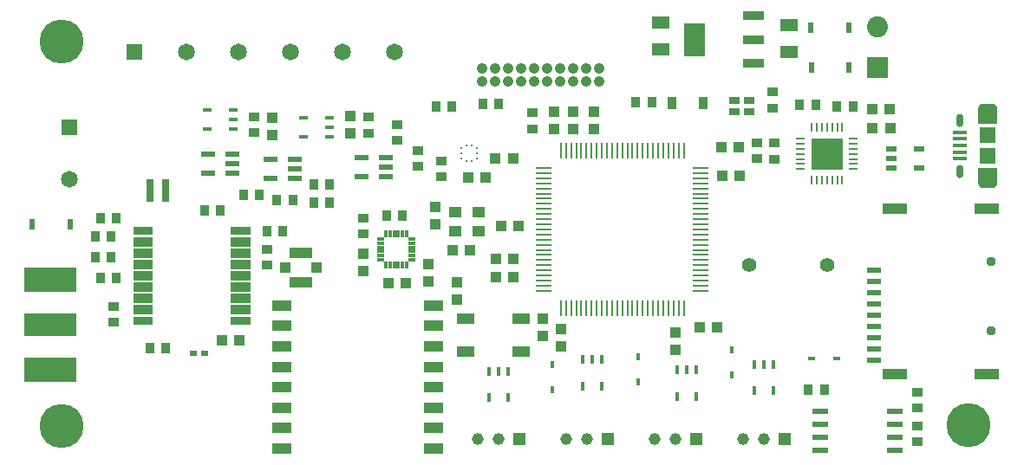
<source format=gbr>
%TF.GenerationSoftware,KiCad,Pcbnew,(6.0.7)*%
%TF.CreationDate,2022-09-16T08:47:36-07:00*%
%TF.ProjectId,Flight-Computer,466c6967-6874-42d4-936f-6d7075746572,1.0*%
%TF.SameCoordinates,Original*%
%TF.FileFunction,Soldermask,Top*%
%TF.FilePolarity,Negative*%
%FSLAX46Y46*%
G04 Gerber Fmt 4.6, Leading zero omitted, Abs format (unit mm)*
G04 Created by KiCad (PCBNEW (6.0.7)) date 2022-09-16 08:47:36*
%MOMM*%
%LPD*%
G01*
G04 APERTURE LIST*
G04 Aperture macros list*
%AMRoundRect*
0 Rectangle with rounded corners*
0 $1 Rounding radius*
0 $2 $3 $4 $5 $6 $7 $8 $9 X,Y pos of 4 corners*
0 Add a 4 corners polygon primitive as box body*
4,1,4,$2,$3,$4,$5,$6,$7,$8,$9,$2,$3,0*
0 Add four circle primitives for the rounded corners*
1,1,$1+$1,$2,$3*
1,1,$1+$1,$4,$5*
1,1,$1+$1,$6,$7*
1,1,$1+$1,$8,$9*
0 Add four rect primitives between the rounded corners*
20,1,$1+$1,$2,$3,$4,$5,0*
20,1,$1+$1,$4,$5,$6,$7,0*
20,1,$1+$1,$6,$7,$8,$9,0*
20,1,$1+$1,$8,$9,$2,$3,0*%
G04 Aperture macros list end*
%ADD10C,0.000100*%
%ADD11C,0.010000*%
%ADD12R,0.650000X2.200000*%
%ADD13R,0.650000X2.300000*%
%ADD14RoundRect,0.006600X-0.313400X-0.103400X0.313400X-0.103400X0.313400X0.103400X-0.313400X0.103400X0*%
%ADD15RoundRect,0.006600X0.103400X-0.313400X0.103400X0.313400X-0.103400X0.313400X-0.103400X-0.313400X0*%
%ADD16RoundRect,0.006600X0.313400X0.103400X-0.313400X0.103400X-0.313400X-0.103400X0.313400X-0.103400X0*%
%ADD17RoundRect,0.006600X-0.103400X0.313400X-0.103400X-0.313400X0.103400X-0.313400X0.103400X0.313400X0*%
%ADD18R,0.940000X1.020000*%
%ADD19R,1.000000X0.800000*%
%ADD20R,0.647700X0.355600*%
%ADD21R,1.320800X0.558800*%
%ADD22R,1.020000X0.940000*%
%ADD23R,5.080000X2.286000*%
%ADD24R,5.080000X2.413000*%
%ADD25R,1.000000X1.100000*%
%ADD26C,1.066800*%
%ADD27R,1.150000X1.150000*%
%ADD28C,1.150000*%
%ADD29R,2.150000X0.950000*%
%ADD30R,2.150000X3.250000*%
%ADD31C,1.408000*%
%ADD32C,4.300000*%
%ADD33R,0.355600X0.647700*%
%ADD34R,0.406400X0.952500*%
%ADD35R,1.950000X1.050000*%
%ADD36R,0.584200X1.041400*%
%ADD37R,1.100000X1.000000*%
%ADD38R,1.560000X0.280000*%
%ADD39R,0.280000X1.560000*%
%ADD40R,0.952500X0.406400*%
%ADD41R,2.050000X2.050000*%
%ADD42C,2.050000*%
%ADD43R,1.650000X1.650000*%
%ADD44C,1.650000*%
%ADD45R,1.778000X1.270000*%
%ADD46R,0.979300X0.558800*%
%ADD47R,1.000000X1.000000*%
%ADD48R,2.200000X1.050000*%
%ADD49R,1.350000X0.400000*%
%ADD50R,1.550000X1.500000*%
%ADD51O,0.650000X1.300000*%
%ADD52O,1.550000X0.775000*%
%ADD53C,0.950000*%
%ADD54R,1.400000X0.620000*%
%ADD55R,2.400000X1.100000*%
%ADD56R,1.700000X0.990600*%
%ADD57R,0.685800X0.609600*%
%ADD58R,0.250000X0.275000*%
%ADD59R,0.275000X0.250000*%
%ADD60R,0.900000X0.254000*%
%ADD61R,0.254000X0.900000*%
%ADD62R,3.100000X3.100000*%
%ADD63R,1.524000X0.558800*%
%ADD64R,0.965200X1.295400*%
%ADD65R,1.300000X1.100000*%
G04 APERTURE END LIST*
%TO.C,P3*%
G36*
X185253600Y-73704000D02*
G01*
X185252600Y-73730000D01*
X185250600Y-73756000D01*
X185247600Y-73782000D01*
X185242600Y-73808000D01*
X185236600Y-73833000D01*
X185229600Y-73859000D01*
X185220600Y-73883000D01*
X185210600Y-73907000D01*
X185199600Y-73931000D01*
X185186600Y-73954000D01*
X185158600Y-73998000D01*
X185142600Y-74019000D01*
X185125600Y-74039000D01*
X185107600Y-74058000D01*
X185088600Y-74076000D01*
X185068600Y-74093000D01*
X185047600Y-74109000D01*
X185003600Y-74137000D01*
X184980600Y-74150000D01*
X184956600Y-74161000D01*
X184932600Y-74171000D01*
X184908600Y-74180000D01*
X184882600Y-74187000D01*
X184857600Y-74193000D01*
X184831600Y-74198000D01*
X184805600Y-74201000D01*
X184779600Y-74203000D01*
X184753600Y-74204000D01*
X184003600Y-74204000D01*
X183977600Y-74203000D01*
X183951600Y-74201000D01*
X183925600Y-74198000D01*
X183899600Y-74193000D01*
X183874600Y-74187000D01*
X183848600Y-74180000D01*
X183824600Y-74171000D01*
X183800600Y-74161000D01*
X183776600Y-74150000D01*
X183753600Y-74137000D01*
X183709600Y-74109000D01*
X183688600Y-74093000D01*
X183668600Y-74076000D01*
X183649600Y-74058000D01*
X183631600Y-74039000D01*
X183614600Y-74019000D01*
X183598600Y-73998000D01*
X183570600Y-73954000D01*
X183557600Y-73931000D01*
X183546600Y-73907000D01*
X183536600Y-73883000D01*
X183527600Y-73859000D01*
X183520600Y-73833000D01*
X183514600Y-73808000D01*
X183509600Y-73782000D01*
X183506600Y-73756000D01*
X183504600Y-73730000D01*
X183503600Y-73704000D01*
X183503600Y-72304000D01*
X185253600Y-72304000D01*
X185253600Y-73704000D01*
G37*
D10*
X185253600Y-73704000D02*
X185252600Y-73730000D01*
X185250600Y-73756000D01*
X185247600Y-73782000D01*
X185242600Y-73808000D01*
X185236600Y-73833000D01*
X185229600Y-73859000D01*
X185220600Y-73883000D01*
X185210600Y-73907000D01*
X185199600Y-73931000D01*
X185186600Y-73954000D01*
X185158600Y-73998000D01*
X185142600Y-74019000D01*
X185125600Y-74039000D01*
X185107600Y-74058000D01*
X185088600Y-74076000D01*
X185068600Y-74093000D01*
X185047600Y-74109000D01*
X185003600Y-74137000D01*
X184980600Y-74150000D01*
X184956600Y-74161000D01*
X184932600Y-74171000D01*
X184908600Y-74180000D01*
X184882600Y-74187000D01*
X184857600Y-74193000D01*
X184831600Y-74198000D01*
X184805600Y-74201000D01*
X184779600Y-74203000D01*
X184753600Y-74204000D01*
X184003600Y-74204000D01*
X183977600Y-74203000D01*
X183951600Y-74201000D01*
X183925600Y-74198000D01*
X183899600Y-74193000D01*
X183874600Y-74187000D01*
X183848600Y-74180000D01*
X183824600Y-74171000D01*
X183800600Y-74161000D01*
X183776600Y-74150000D01*
X183753600Y-74137000D01*
X183709600Y-74109000D01*
X183688600Y-74093000D01*
X183668600Y-74076000D01*
X183649600Y-74058000D01*
X183631600Y-74039000D01*
X183614600Y-74019000D01*
X183598600Y-73998000D01*
X183570600Y-73954000D01*
X183557600Y-73931000D01*
X183546600Y-73907000D01*
X183536600Y-73883000D01*
X183527600Y-73859000D01*
X183520600Y-73833000D01*
X183514600Y-73808000D01*
X183509600Y-73782000D01*
X183506600Y-73756000D01*
X183504600Y-73730000D01*
X183503600Y-73704000D01*
X183503600Y-72304000D01*
X185253600Y-72304000D01*
X185253600Y-73704000D01*
G36*
X184779600Y-66005000D02*
G01*
X184805600Y-66007000D01*
X184831600Y-66010000D01*
X184857600Y-66015000D01*
X184882600Y-66021000D01*
X184908600Y-66028000D01*
X184932600Y-66037000D01*
X184956600Y-66047000D01*
X184980600Y-66058000D01*
X185003600Y-66071000D01*
X185047600Y-66099000D01*
X185068600Y-66115000D01*
X185088600Y-66132000D01*
X185107600Y-66150000D01*
X185125600Y-66169000D01*
X185142600Y-66189000D01*
X185158600Y-66210000D01*
X185186600Y-66254000D01*
X185199600Y-66277000D01*
X185210600Y-66301000D01*
X185220600Y-66325000D01*
X185229600Y-66349000D01*
X185236600Y-66375000D01*
X185242600Y-66400000D01*
X185247600Y-66426000D01*
X185250600Y-66452000D01*
X185252600Y-66478000D01*
X185253600Y-66504000D01*
X185253600Y-67904000D01*
X183503600Y-67904000D01*
X183503600Y-66504000D01*
X183504600Y-66478000D01*
X183506600Y-66452000D01*
X183509600Y-66426000D01*
X183514600Y-66400000D01*
X183520600Y-66375000D01*
X183527600Y-66349000D01*
X183536600Y-66325000D01*
X183546600Y-66301000D01*
X183557600Y-66277000D01*
X183570600Y-66254000D01*
X183598600Y-66210000D01*
X183614600Y-66189000D01*
X183631600Y-66169000D01*
X183649600Y-66150000D01*
X183668600Y-66132000D01*
X183688600Y-66115000D01*
X183709600Y-66099000D01*
X183753600Y-66071000D01*
X183776600Y-66058000D01*
X183800600Y-66047000D01*
X183824600Y-66037000D01*
X183848600Y-66028000D01*
X183874600Y-66021000D01*
X183899600Y-66015000D01*
X183925600Y-66010000D01*
X183951600Y-66007000D01*
X183977600Y-66005000D01*
X184003600Y-66004000D01*
X184753600Y-66004000D01*
X184779600Y-66005000D01*
G37*
X184779600Y-66005000D02*
X184805600Y-66007000D01*
X184831600Y-66010000D01*
X184857600Y-66015000D01*
X184882600Y-66021000D01*
X184908600Y-66028000D01*
X184932600Y-66037000D01*
X184956600Y-66047000D01*
X184980600Y-66058000D01*
X185003600Y-66071000D01*
X185047600Y-66099000D01*
X185068600Y-66115000D01*
X185088600Y-66132000D01*
X185107600Y-66150000D01*
X185125600Y-66169000D01*
X185142600Y-66189000D01*
X185158600Y-66210000D01*
X185186600Y-66254000D01*
X185199600Y-66277000D01*
X185210600Y-66301000D01*
X185220600Y-66325000D01*
X185229600Y-66349000D01*
X185236600Y-66375000D01*
X185242600Y-66400000D01*
X185247600Y-66426000D01*
X185250600Y-66452000D01*
X185252600Y-66478000D01*
X185253600Y-66504000D01*
X185253600Y-67904000D01*
X183503600Y-67904000D01*
X183503600Y-66504000D01*
X183504600Y-66478000D01*
X183506600Y-66452000D01*
X183509600Y-66426000D01*
X183514600Y-66400000D01*
X183520600Y-66375000D01*
X183527600Y-66349000D01*
X183536600Y-66325000D01*
X183546600Y-66301000D01*
X183557600Y-66277000D01*
X183570600Y-66254000D01*
X183598600Y-66210000D01*
X183614600Y-66189000D01*
X183631600Y-66169000D01*
X183649600Y-66150000D01*
X183668600Y-66132000D01*
X183688600Y-66115000D01*
X183709600Y-66099000D01*
X183753600Y-66071000D01*
X183776600Y-66058000D01*
X183800600Y-66047000D01*
X183824600Y-66037000D01*
X183848600Y-66028000D01*
X183874600Y-66021000D01*
X183899600Y-66015000D01*
X183925600Y-66010000D01*
X183951600Y-66007000D01*
X183977600Y-66005000D01*
X184003600Y-66004000D01*
X184753600Y-66004000D01*
X184779600Y-66005000D01*
%TO.C,U9*%
G36*
X112330000Y-84304000D02*
G01*
X110530000Y-84304000D01*
X110530000Y-83504000D01*
X112330000Y-83504000D01*
X112330000Y-84304000D01*
G37*
D11*
X112330000Y-84304000D02*
X110530000Y-84304000D01*
X110530000Y-83504000D01*
X112330000Y-83504000D01*
X112330000Y-84304000D01*
G36*
X112330000Y-78754000D02*
G01*
X110530000Y-78754000D01*
X110530000Y-78054000D01*
X112330000Y-78054000D01*
X112330000Y-78754000D01*
G37*
X112330000Y-78754000D02*
X110530000Y-78754000D01*
X110530000Y-78054000D01*
X112330000Y-78054000D01*
X112330000Y-78754000D01*
G36*
X112330000Y-82104000D02*
G01*
X110530000Y-82104000D01*
X110530000Y-81304000D01*
X112330000Y-81304000D01*
X112330000Y-82104000D01*
G37*
X112330000Y-82104000D02*
X110530000Y-82104000D01*
X110530000Y-81304000D01*
X112330000Y-81304000D01*
X112330000Y-82104000D01*
G36*
X112330000Y-86504000D02*
G01*
X110530000Y-86504000D01*
X110530000Y-85704000D01*
X112330000Y-85704000D01*
X112330000Y-86504000D01*
G37*
X112330000Y-86504000D02*
X110530000Y-86504000D01*
X110530000Y-85704000D01*
X112330000Y-85704000D01*
X112330000Y-86504000D01*
G36*
X112330000Y-81004000D02*
G01*
X110530000Y-81004000D01*
X110530000Y-80204000D01*
X112330000Y-80204000D01*
X112330000Y-81004000D01*
G37*
X112330000Y-81004000D02*
X110530000Y-81004000D01*
X110530000Y-80204000D01*
X112330000Y-80204000D01*
X112330000Y-81004000D01*
G36*
X102830000Y-87554000D02*
G01*
X101030000Y-87554000D01*
X101030000Y-86854000D01*
X102830000Y-86854000D01*
X102830000Y-87554000D01*
G37*
X102830000Y-87554000D02*
X101030000Y-87554000D01*
X101030000Y-86854000D01*
X102830000Y-86854000D01*
X102830000Y-87554000D01*
G36*
X102830000Y-86504000D02*
G01*
X101030000Y-86504000D01*
X101030000Y-85704000D01*
X102830000Y-85704000D01*
X102830000Y-86504000D01*
G37*
X102830000Y-86504000D02*
X101030000Y-86504000D01*
X101030000Y-85704000D01*
X102830000Y-85704000D01*
X102830000Y-86504000D01*
G36*
X102830000Y-82104000D02*
G01*
X101030000Y-82104000D01*
X101030000Y-81304000D01*
X102830000Y-81304000D01*
X102830000Y-82104000D01*
G37*
X102830000Y-82104000D02*
X101030000Y-82104000D01*
X101030000Y-81304000D01*
X102830000Y-81304000D01*
X102830000Y-82104000D01*
G36*
X112330000Y-79904000D02*
G01*
X110530000Y-79904000D01*
X110530000Y-79104000D01*
X112330000Y-79104000D01*
X112330000Y-79904000D01*
G37*
X112330000Y-79904000D02*
X110530000Y-79904000D01*
X110530000Y-79104000D01*
X112330000Y-79104000D01*
X112330000Y-79904000D01*
G36*
X112330000Y-85404000D02*
G01*
X110530000Y-85404000D01*
X110530000Y-84604000D01*
X112330000Y-84604000D01*
X112330000Y-85404000D01*
G37*
X112330000Y-85404000D02*
X110530000Y-85404000D01*
X110530000Y-84604000D01*
X112330000Y-84604000D01*
X112330000Y-85404000D01*
G36*
X102830000Y-84304000D02*
G01*
X101030000Y-84304000D01*
X101030000Y-83504000D01*
X102830000Y-83504000D01*
X102830000Y-84304000D01*
G37*
X102830000Y-84304000D02*
X101030000Y-84304000D01*
X101030000Y-83504000D01*
X102830000Y-83504000D01*
X102830000Y-84304000D01*
G36*
X102830000Y-81004000D02*
G01*
X101030000Y-81004000D01*
X101030000Y-80204000D01*
X102830000Y-80204000D01*
X102830000Y-81004000D01*
G37*
X102830000Y-81004000D02*
X101030000Y-81004000D01*
X101030000Y-80204000D01*
X102830000Y-80204000D01*
X102830000Y-81004000D01*
G36*
X102830000Y-83204000D02*
G01*
X101030000Y-83204000D01*
X101030000Y-82404000D01*
X102830000Y-82404000D01*
X102830000Y-83204000D01*
G37*
X102830000Y-83204000D02*
X101030000Y-83204000D01*
X101030000Y-82404000D01*
X102830000Y-82404000D01*
X102830000Y-83204000D01*
G36*
X102830000Y-78754000D02*
G01*
X101030000Y-78754000D01*
X101030000Y-78054000D01*
X102830000Y-78054000D01*
X102830000Y-78754000D01*
G37*
X102830000Y-78754000D02*
X101030000Y-78754000D01*
X101030000Y-78054000D01*
X102830000Y-78054000D01*
X102830000Y-78754000D01*
G36*
X102830000Y-79904000D02*
G01*
X101030000Y-79904000D01*
X101030000Y-79104000D01*
X102830000Y-79104000D01*
X102830000Y-79904000D01*
G37*
X102830000Y-79904000D02*
X101030000Y-79904000D01*
X101030000Y-79104000D01*
X102830000Y-79104000D01*
X102830000Y-79904000D01*
G36*
X102830000Y-85404000D02*
G01*
X101030000Y-85404000D01*
X101030000Y-84604000D01*
X102830000Y-84604000D01*
X102830000Y-85404000D01*
G37*
X102830000Y-85404000D02*
X101030000Y-85404000D01*
X101030000Y-84604000D01*
X102830000Y-84604000D01*
X102830000Y-85404000D01*
G36*
X112330000Y-87554000D02*
G01*
X110530000Y-87554000D01*
X110530000Y-86854000D01*
X112330000Y-86854000D01*
X112330000Y-87554000D01*
G37*
X112330000Y-87554000D02*
X110530000Y-87554000D01*
X110530000Y-86854000D01*
X112330000Y-86854000D01*
X112330000Y-87554000D01*
G36*
X112330000Y-83204000D02*
G01*
X110530000Y-83204000D01*
X110530000Y-82404000D01*
X112330000Y-82404000D01*
X112330000Y-83204000D01*
G37*
X112330000Y-83204000D02*
X110530000Y-83204000D01*
X110530000Y-82404000D01*
X112330000Y-82404000D01*
X112330000Y-83204000D01*
%TD*%
D12*
%TO.C,BT1*%
X104128000Y-74541000D03*
D13*
X102628000Y-74491000D03*
%TD*%
D14*
%TO.C,U8*%
X125123708Y-79264000D03*
X125123708Y-79664000D03*
X125123708Y-80064000D03*
X125123708Y-80464000D03*
X125123708Y-80864000D03*
X125123708Y-81264000D03*
D15*
X125668708Y-81809000D03*
X126068708Y-81809000D03*
X126468708Y-81809000D03*
X126868708Y-81809000D03*
X127268708Y-81809000D03*
X127668708Y-81809000D03*
D16*
X128213708Y-81264000D03*
X128213708Y-80864000D03*
X128213708Y-80464000D03*
X128213708Y-80064000D03*
X128213708Y-79664000D03*
X128213708Y-79264000D03*
D17*
X127668708Y-78719000D03*
X127268708Y-78719000D03*
X126868708Y-78719000D03*
X126468708Y-78719000D03*
X126068708Y-78719000D03*
X125668708Y-78719000D03*
%TD*%
D18*
%TO.C,R17*%
X118590000Y-73914000D03*
X120170000Y-73914000D03*
%TD*%
D19*
%TO.C,D1*%
X159651000Y-65693200D03*
X161151000Y-65693200D03*
X161151000Y-66793200D03*
X159651000Y-66793200D03*
%TD*%
D20*
%TO.C,D7*%
X167201850Y-90906600D03*
X169652950Y-90906600D03*
%TD*%
D21*
%TO.C,U7*%
X110667800Y-72832001D03*
X110667800Y-71882000D03*
X110667800Y-70931999D03*
X108280200Y-70931999D03*
X108280200Y-72832001D03*
%TD*%
D22*
%TO.C,R20*%
X123444000Y-77188000D03*
X123444000Y-78768000D03*
%TD*%
D23*
%TO.C,AE2*%
X92900500Y-87630000D03*
D24*
X92900500Y-92011500D03*
X92900500Y-83248500D03*
%TD*%
D25*
%TO.C,C6*%
X142087600Y-68464800D03*
X142087600Y-66764800D03*
%TD*%
%TO.C,C22*%
X129794000Y-81700000D03*
X129794000Y-83400000D03*
%TD*%
D26*
%TO.C,P8*%
X135077200Y-63815850D03*
X135077200Y-62545850D03*
X136347200Y-63815850D03*
X136347200Y-62545850D03*
X137617200Y-63815850D03*
X137617200Y-62545850D03*
X138887200Y-63815850D03*
X138887200Y-62545850D03*
X140157200Y-63815850D03*
X140157200Y-62545850D03*
X141427200Y-63815850D03*
X141427200Y-62545850D03*
X142697200Y-63815850D03*
X142697200Y-62545850D03*
X143967200Y-63815850D03*
X143967200Y-62545850D03*
X145237200Y-63815850D03*
X145237200Y-62545850D03*
X146507200Y-63815850D03*
X146507200Y-62545850D03*
%TD*%
D27*
%TO.C,P9*%
X138684000Y-98806000D03*
D28*
X136677000Y-98806000D03*
X134671000Y-98806000D03*
%TD*%
D29*
%TO.C,U2*%
X161573800Y-62040800D03*
D30*
X155773800Y-59740800D03*
D29*
X161573800Y-59740800D03*
X161573800Y-57440800D03*
%TD*%
D31*
%TO.C,BZ1*%
X161122200Y-81788000D03*
X168722200Y-81788000D03*
%TD*%
D25*
%TO.C,J1*%
X145999200Y-66790200D03*
X145999200Y-68490200D03*
%TD*%
D32*
%TO.C,H4*%
X182575200Y-97485200D03*
%TD*%
D25*
%TO.C,C3*%
X142748000Y-88050000D03*
X142748000Y-89750000D03*
%TD*%
D22*
%TO.C,R13*%
X123952000Y-67310000D03*
X123952000Y-68890000D03*
%TD*%
D33*
%TO.C,D9*%
X150266400Y-93198950D03*
X150266400Y-90747850D03*
%TD*%
D34*
%TO.C,Q6*%
X137602001Y-92195650D03*
X136652000Y-92195650D03*
X135701999Y-92195650D03*
X135701999Y-94748350D03*
X137602001Y-94748350D03*
%TD*%
D25*
%TO.C,C9*%
X130505200Y-76112000D03*
X130505200Y-77812000D03*
%TD*%
D22*
%TO.C,R12*%
X112776000Y-67282000D03*
X112776000Y-68862000D03*
%TD*%
D25*
%TO.C,C1*%
X143941800Y-68490200D03*
X143941800Y-66790200D03*
%TD*%
D22*
%TO.C,R8*%
X177546000Y-99088000D03*
X177546000Y-97508000D03*
%TD*%
D35*
%TO.C,U10*%
X115510600Y-85735400D03*
X115510600Y-87735400D03*
X115510600Y-89735400D03*
X115510600Y-91735400D03*
X115510600Y-93735400D03*
X115510600Y-95735400D03*
X115510600Y-97735400D03*
X115510600Y-99735400D03*
X130310600Y-99735400D03*
X130310600Y-97735400D03*
X130310600Y-95735400D03*
X130310600Y-93735400D03*
X130310600Y-91735400D03*
X130310600Y-89735400D03*
X130310600Y-87735400D03*
X130310600Y-85735400D03*
%TD*%
D22*
%TO.C,R21*%
X99060000Y-87404000D03*
X99060000Y-85824000D03*
%TD*%
D18*
%TO.C,R7*%
X166926200Y-93954600D03*
X168506200Y-93954600D03*
%TD*%
D36*
%TO.C,D2*%
X167195500Y-62502770D03*
X170878500Y-62502770D03*
%TD*%
D32*
%TO.C,H3*%
X93980000Y-97536000D03*
%TD*%
D18*
%TO.C,R23*%
X97762000Y-83058000D03*
X99342000Y-83058000D03*
%TD*%
D37*
%TO.C,C17*%
X173165400Y-66522600D03*
X174865400Y-66522600D03*
%TD*%
D36*
%TO.C,D4*%
X167170100Y-58547000D03*
X170853100Y-58547000D03*
%TD*%
D18*
%TO.C,R5*%
X166037200Y-66141600D03*
X167617200Y-66141600D03*
%TD*%
D38*
%TO.C,U1*%
X141062400Y-72308200D03*
X141062400Y-72808200D03*
X141062400Y-73308200D03*
X141062400Y-73808200D03*
X141062400Y-74308200D03*
X141062400Y-74808200D03*
X141062400Y-75308200D03*
X141062400Y-75808200D03*
X141062400Y-76308200D03*
X141062400Y-76808200D03*
X141062400Y-77308200D03*
X141062400Y-77808200D03*
X141062400Y-78308200D03*
X141062400Y-78808200D03*
X141062400Y-79308200D03*
X141062400Y-79808200D03*
X141062400Y-80308200D03*
X141062400Y-80808200D03*
X141062400Y-81308200D03*
X141062400Y-81808200D03*
X141062400Y-82308200D03*
X141062400Y-82808200D03*
X141062400Y-83308200D03*
X141062400Y-83808200D03*
X141062400Y-84308200D03*
D39*
X142742400Y-85988200D03*
X143242400Y-85988200D03*
X143742400Y-85988200D03*
X144242400Y-85988200D03*
X144742400Y-85988200D03*
X145242400Y-85988200D03*
X145742400Y-85988200D03*
X146242400Y-85988200D03*
X146742400Y-85988200D03*
X147242400Y-85988200D03*
X147742400Y-85988200D03*
X148242400Y-85988200D03*
X148742400Y-85988200D03*
X149242400Y-85988200D03*
X149742400Y-85988200D03*
X150242400Y-85988200D03*
X150742400Y-85988200D03*
X151242400Y-85988200D03*
X151742400Y-85988200D03*
X152242400Y-85988200D03*
X152742400Y-85988200D03*
X153242400Y-85988200D03*
X153742400Y-85988200D03*
X154242400Y-85988200D03*
X154742400Y-85988200D03*
D38*
X156422400Y-84308200D03*
X156422400Y-83808200D03*
X156422400Y-83308200D03*
X156422400Y-82808200D03*
X156422400Y-82308200D03*
X156422400Y-81808200D03*
X156422400Y-81308200D03*
X156422400Y-80808200D03*
X156422400Y-80308200D03*
X156422400Y-79808200D03*
X156422400Y-79308200D03*
X156422400Y-78808200D03*
X156422400Y-78308200D03*
X156422400Y-77808200D03*
X156422400Y-77308200D03*
X156422400Y-76808200D03*
X156422400Y-76308200D03*
X156422400Y-75808200D03*
X156422400Y-75308200D03*
X156422400Y-74808200D03*
X156422400Y-74308200D03*
X156422400Y-73808200D03*
X156422400Y-73308200D03*
X156422400Y-72808200D03*
X156422400Y-72308200D03*
D39*
X154742400Y-70628200D03*
X154242400Y-70628200D03*
X153742400Y-70628200D03*
X153242400Y-70628200D03*
X152742400Y-70628200D03*
X152242400Y-70628200D03*
X151742400Y-70628200D03*
X151242400Y-70628200D03*
X150742400Y-70628200D03*
X150242400Y-70628200D03*
X149742400Y-70628200D03*
X149242400Y-70628200D03*
X148742400Y-70628200D03*
X148242400Y-70628200D03*
X147742400Y-70628200D03*
X147242400Y-70628200D03*
X146742400Y-70628200D03*
X146242400Y-70628200D03*
X145742400Y-70628200D03*
X145242400Y-70628200D03*
X144742400Y-70628200D03*
X144242400Y-70628200D03*
X143742400Y-70628200D03*
X143242400Y-70628200D03*
X142742400Y-70628200D03*
%TD*%
D18*
%TO.C,R31*%
X104168000Y-89916000D03*
X102588000Y-89916000D03*
%TD*%
D37*
%TO.C,C2*%
X156325200Y-87858600D03*
X158025200Y-87858600D03*
%TD*%
D40*
%TO.C,Q2*%
X120148350Y-69276001D03*
X120148350Y-68326000D03*
X120148350Y-67375999D03*
X117595650Y-67375999D03*
X117595650Y-69276001D03*
%TD*%
D41*
%TO.C,P2*%
X173663500Y-62500100D03*
D42*
X173663500Y-58540100D03*
%TD*%
D22*
%TO.C,R4*%
X163626800Y-71427400D03*
X163626800Y-69847400D03*
%TD*%
D21*
%TO.C,U5*%
X125653800Y-73152000D03*
X125653800Y-72201999D03*
X125653800Y-71251998D03*
X123266200Y-71251998D03*
X123266200Y-73152000D03*
%TD*%
D34*
%TO.C,Q3*%
X163510001Y-91484450D03*
X162560000Y-91484450D03*
X161609999Y-91484450D03*
X161609999Y-94037150D03*
X163510001Y-94037150D03*
%TD*%
D37*
%TO.C,C4*%
X138645000Y-77978000D03*
X136945000Y-77978000D03*
%TD*%
D43*
%TO.C,P4*%
X101092000Y-60960000D03*
D44*
X106172000Y-60960000D03*
X111252000Y-60960000D03*
X116332000Y-60960000D03*
X121412000Y-60960000D03*
X126492000Y-60960000D03*
%TD*%
D22*
%TO.C,R24*%
X114046000Y-80236000D03*
X114046000Y-81816000D03*
%TD*%
D18*
%TO.C,R18*%
X111732000Y-74930000D03*
X113312000Y-74930000D03*
%TD*%
D45*
%TO.C,C15*%
X152476200Y-58064400D03*
X152476200Y-60706000D03*
%TD*%
D36*
%TO.C,D3*%
X94805500Y-77832230D03*
X91122500Y-77832230D03*
%TD*%
D18*
%TO.C,R25*%
X115598000Y-78486000D03*
X114018000Y-78486000D03*
%TD*%
D46*
%TO.C,D6*%
X174986252Y-70423999D03*
X174986252Y-71374000D03*
X174986252Y-72324001D03*
X177718148Y-72324001D03*
X177718148Y-70423999D03*
%TD*%
D33*
%TO.C,D8*%
X159410400Y-92538550D03*
X159410400Y-90087450D03*
%TD*%
D47*
%TO.C,AE1*%
X115872000Y-82042000D03*
X118872000Y-82042000D03*
D48*
X117372000Y-83517000D03*
X117372000Y-80567000D03*
%TD*%
D49*
%TO.C,P3*%
X181678600Y-71404000D03*
X181678600Y-70754000D03*
X181678600Y-70104000D03*
X181678600Y-69454000D03*
X181678600Y-68804000D03*
D50*
X184378600Y-69104000D03*
D51*
X181678600Y-72604000D03*
D50*
X184378600Y-71104000D03*
D51*
X181678600Y-67604000D03*
D52*
X184378600Y-66604000D03*
X184378600Y-73604000D03*
%TD*%
D18*
%TO.C,R2*%
X150060600Y-65887600D03*
X151640600Y-65887600D03*
%TD*%
D37*
%TO.C,C11*%
X138137000Y-82931000D03*
X136437000Y-82931000D03*
%TD*%
D18*
%TO.C,R15*%
X116586000Y-75438000D03*
X115006000Y-75438000D03*
%TD*%
D53*
%TO.C,P10*%
X184785000Y-81453800D03*
X184785000Y-88253800D03*
D54*
X173365000Y-82273800D03*
X173365000Y-83373800D03*
X173365000Y-84473800D03*
X173365000Y-85573800D03*
X173365000Y-86673800D03*
X173365000Y-87773800D03*
X173365000Y-88873800D03*
X173365000Y-89973800D03*
X173365000Y-91073800D03*
D55*
X184365000Y-92453800D03*
X175365000Y-92453800D03*
X175365000Y-76303800D03*
X184365000Y-76303800D03*
%TD*%
D37*
%TO.C,C10*%
X133869800Y-80340200D03*
X132169800Y-80340200D03*
%TD*%
D25*
%TO.C,C23*%
X132588000Y-85178000D03*
X132588000Y-83478000D03*
%TD*%
D56*
%TO.C,B1*%
X138844000Y-90245999D03*
X133444000Y-90245999D03*
X138844000Y-87046001D03*
X133444000Y-87046001D03*
%TD*%
D27*
%TO.C,P6*%
X155956000Y-98806000D03*
D28*
X153949000Y-98806000D03*
X151943000Y-98806000D03*
%TD*%
D22*
%TO.C,R14*%
X128778000Y-72164000D03*
X128778000Y-70584000D03*
%TD*%
D25*
%TO.C,C21*%
X123444000Y-80684000D03*
X123444000Y-82384000D03*
%TD*%
D22*
%TO.C,R32*%
X177546000Y-95786000D03*
X177546000Y-94206000D03*
%TD*%
D18*
%TO.C,R28*%
X98834000Y-81026000D03*
X97254000Y-81026000D03*
%TD*%
D40*
%TO.C,Q1*%
X110750350Y-68514001D03*
X110750350Y-67564000D03*
X110750350Y-66613999D03*
X108197650Y-66613999D03*
X108197650Y-68514001D03*
%TD*%
D22*
%TO.C,R6*%
X161874200Y-71402000D03*
X161874200Y-69822000D03*
%TD*%
%TO.C,R9*%
X126746000Y-69624000D03*
X126746000Y-68044000D03*
%TD*%
D57*
%TO.C,L1*%
X106883200Y-90424000D03*
X108000800Y-90424000D03*
%TD*%
D37*
%TO.C,C20*%
X127596000Y-83566000D03*
X125896000Y-83566000D03*
%TD*%
D58*
%TO.C,U11*%
X134057700Y-70078100D03*
X133557700Y-70078100D03*
D59*
X133045200Y-70340600D03*
X133045200Y-70840600D03*
X133045200Y-71340600D03*
D58*
X133557700Y-71603100D03*
X134057700Y-71603100D03*
D59*
X134570200Y-71340600D03*
X134570200Y-70840600D03*
X134570200Y-70340600D03*
%TD*%
D27*
%TO.C,P5*%
X164592000Y-98806000D03*
D28*
X162585000Y-98806000D03*
X160579000Y-98806000D03*
%TD*%
D60*
%TO.C,U3*%
X171320200Y-72416800D03*
X171320200Y-71916800D03*
X171320200Y-71416800D03*
X171320200Y-70916800D03*
X171320200Y-70416800D03*
X171320200Y-69916800D03*
X171320200Y-69416800D03*
D61*
X170230200Y-68326800D03*
X169730200Y-68326800D03*
X169230200Y-68326800D03*
X168730200Y-68326800D03*
X168230200Y-68326800D03*
X167730200Y-68326800D03*
X167230200Y-68326800D03*
D60*
X166140200Y-69416800D03*
X166140200Y-69916800D03*
X166140200Y-70416800D03*
X166140200Y-70916800D03*
X166140200Y-71416800D03*
X166140200Y-71916800D03*
X166140200Y-72416800D03*
D61*
X167230200Y-73506800D03*
X167730200Y-73506800D03*
X168230200Y-73506800D03*
X168730200Y-73506800D03*
X169230200Y-73506800D03*
X169730200Y-73506800D03*
X170230200Y-73506800D03*
D62*
X168730200Y-70916800D03*
%TD*%
D37*
%TO.C,C5*%
X158433400Y-70231000D03*
X160133400Y-70231000D03*
%TD*%
D25*
%TO.C,C8*%
X140970000Y-87034000D03*
X140970000Y-88734000D03*
%TD*%
D18*
%TO.C,R19*%
X127282000Y-76962000D03*
X125702000Y-76962000D03*
%TD*%
D43*
%TO.C,P1*%
X94742000Y-68326000D03*
D44*
X94742000Y-73406000D03*
%TD*%
D63*
%TO.C,U4*%
X168059100Y-96069350D03*
X168059100Y-97339350D03*
X168059100Y-98609350D03*
X168059100Y-99879350D03*
X175348900Y-99879350D03*
X175348900Y-98609350D03*
X175348900Y-97339350D03*
X175348900Y-96069350D03*
%TD*%
D64*
%TO.C,D5*%
X153593800Y-65913000D03*
X156641800Y-65913000D03*
%TD*%
D18*
%TO.C,R3*%
X169720200Y-66268600D03*
X171300200Y-66268600D03*
%TD*%
D37*
%TO.C,C25*%
X133668400Y-73202800D03*
X135368400Y-73202800D03*
%TD*%
%TO.C,C24*%
X138060800Y-71374000D03*
X136360800Y-71374000D03*
%TD*%
D22*
%TO.C,R11*%
X139954000Y-66901000D03*
X139954000Y-68481000D03*
%TD*%
D25*
%TO.C,C19*%
X122174000Y-68922000D03*
X122174000Y-67222000D03*
%TD*%
D32*
%TO.C,H1*%
X93980000Y-59944000D03*
%TD*%
D27*
%TO.C,P7*%
X147320000Y-98806000D03*
D28*
X145313000Y-98806000D03*
X143307000Y-98806000D03*
%TD*%
D22*
%TO.C,R1*%
X163423600Y-66474400D03*
X163423600Y-64894400D03*
%TD*%
D45*
%TO.C,C14*%
X164998400Y-58293000D03*
X164998400Y-60934600D03*
%TD*%
D37*
%TO.C,C13*%
X158535000Y-73075800D03*
X160235000Y-73075800D03*
%TD*%
D21*
%TO.C,U6*%
X116763800Y-73340001D03*
X116763800Y-72390000D03*
X116763800Y-71439999D03*
X114376200Y-71439999D03*
X114376200Y-73340001D03*
%TD*%
D18*
%TO.C,R22*%
X109502000Y-76454000D03*
X107922000Y-76454000D03*
%TD*%
D37*
%TO.C,C16*%
X173190800Y-68427600D03*
X174890800Y-68427600D03*
%TD*%
D34*
%TO.C,Q4*%
X155991601Y-92068650D03*
X155041600Y-92068650D03*
X154091599Y-92068650D03*
X154091599Y-94621350D03*
X155991601Y-94621350D03*
%TD*%
D22*
%TO.C,R30*%
X131064000Y-71600000D03*
X131064000Y-73180000D03*
%TD*%
D18*
%TO.C,R10*%
X136680000Y-66040000D03*
X135100000Y-66040000D03*
%TD*%
D33*
%TO.C,D10*%
X141884400Y-93935550D03*
X141884400Y-91484450D03*
%TD*%
D18*
%TO.C,R29*%
X130528000Y-66294000D03*
X132108000Y-66294000D03*
%TD*%
D25*
%TO.C,C12*%
X153924000Y-88405600D03*
X153924000Y-90105600D03*
%TD*%
D37*
%TO.C,C26*%
X109640000Y-89154000D03*
X111340000Y-89154000D03*
%TD*%
D65*
%TO.C,Y1*%
X134728600Y-76646200D03*
X132428600Y-76646200D03*
X132428600Y-78446200D03*
X134728600Y-78446200D03*
%TD*%
D25*
%TO.C,C18*%
X114554000Y-69088000D03*
X114554000Y-67388000D03*
%TD*%
D18*
%TO.C,R26*%
X99342000Y-77216000D03*
X97762000Y-77216000D03*
%TD*%
D37*
%TO.C,C7*%
X138111600Y-81153000D03*
X136411600Y-81153000D03*
%TD*%
D18*
%TO.C,R16*%
X118590000Y-75692000D03*
X120170000Y-75692000D03*
%TD*%
%TO.C,R27*%
X98834000Y-78994000D03*
X97254000Y-78994000D03*
%TD*%
D34*
%TO.C,Q5*%
X146746001Y-91052650D03*
X145796000Y-91052650D03*
X144845999Y-91052650D03*
X144845999Y-93605350D03*
X146746001Y-93605350D03*
%TD*%
M02*

</source>
